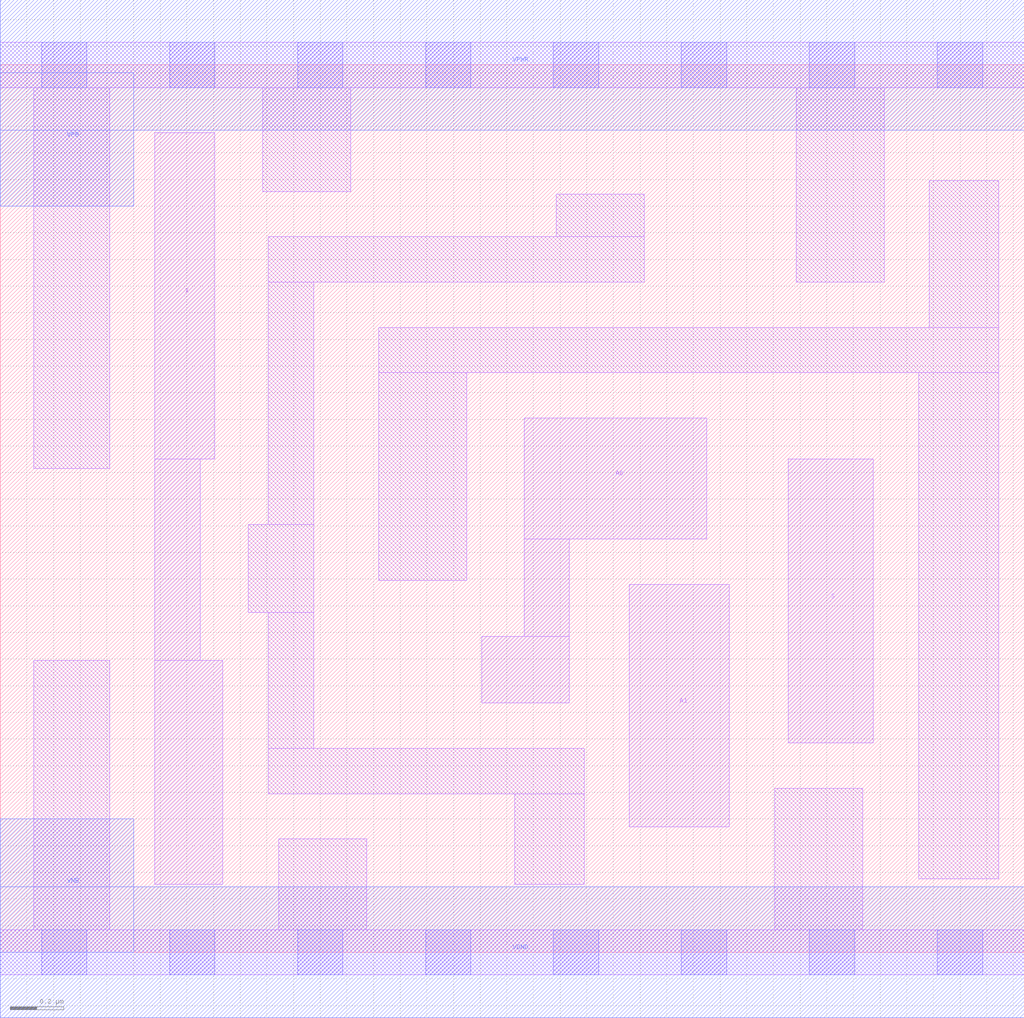
<source format=lef>
# Copyright 2020 The SkyWater PDK Authors
#
# Licensed under the Apache License, Version 2.0 (the "License");
# you may not use this file except in compliance with the License.
# You may obtain a copy of the License at
#
#     https://www.apache.org/licenses/LICENSE-2.0
#
# Unless required by applicable law or agreed to in writing, software
# distributed under the License is distributed on an "AS IS" BASIS,
# WITHOUT WARRANTIES OR CONDITIONS OF ANY KIND, either express or implied.
# See the License for the specific language governing permissions and
# limitations under the License.
#
# SPDX-License-Identifier: Apache-2.0

VERSION 5.5 ;
NAMESCASESENSITIVE ON ;
BUSBITCHARS "[]" ;
DIVIDERCHAR "/" ;
MACRO sky130_fd_sc_lp__mux2_2
  CLASS CORE ;
  SOURCE USER ;
  ORIGIN  0.000000  0.000000 ;
  SIZE  3.840000 BY  3.330000 ;
  SYMMETRY X Y R90 ;
  SITE unit ;
  PIN A0
    ANTENNAGATEAREA  0.159000 ;
    DIRECTION INPUT ;
    USE SIGNAL ;
    PORT
      LAYER li1 ;
        RECT 1.805000 0.935000 2.135000 1.185000 ;
        RECT 1.965000 1.185000 2.135000 1.550000 ;
        RECT 1.965000 1.550000 2.650000 2.005000 ;
    END
  END A0
  PIN A1
    ANTENNAGATEAREA  0.159000 ;
    DIRECTION INPUT ;
    USE SIGNAL ;
    PORT
      LAYER li1 ;
        RECT 2.360000 0.470000 2.735000 1.380000 ;
    END
  END A1
  PIN S
    ANTENNAGATEAREA  0.318000 ;
    DIRECTION INPUT ;
    USE SIGNAL ;
    PORT
      LAYER li1 ;
        RECT 2.955000 0.785000 3.275000 1.850000 ;
    END
  END S
  PIN X
    ANTENNADIFFAREA  0.588000 ;
    DIRECTION OUTPUT ;
    USE SIGNAL ;
    PORT
      LAYER li1 ;
        RECT 0.580000 0.255000 0.835000 1.095000 ;
        RECT 0.580000 1.095000 0.750000 1.850000 ;
        RECT 0.580000 1.850000 0.805000 3.075000 ;
    END
  END X
  PIN VGND
    DIRECTION INOUT ;
    USE GROUND ;
    PORT
      LAYER met1 ;
        RECT 0.000000 -0.245000 3.840000 0.245000 ;
    END
  END VGND
  PIN VNB
    DIRECTION INOUT ;
    USE GROUND ;
    PORT
      LAYER met1 ;
        RECT 0.000000 0.000000 0.500000 0.500000 ;
    END
  END VNB
  PIN VPB
    DIRECTION INOUT ;
    USE POWER ;
    PORT
      LAYER met1 ;
        RECT 0.000000 2.800000 0.500000 3.300000 ;
    END
  END VPB
  PIN VPWR
    DIRECTION INOUT ;
    USE POWER ;
    PORT
      LAYER met1 ;
        RECT 0.000000 3.085000 3.840000 3.575000 ;
    END
  END VPWR
  OBS
    LAYER li1 ;
      RECT 0.000000 -0.085000 3.840000 0.085000 ;
      RECT 0.000000  3.245000 3.840000 3.415000 ;
      RECT 0.125000  0.085000 0.410000 1.095000 ;
      RECT 0.125000  1.815000 0.410000 3.245000 ;
      RECT 0.930000  1.275000 1.175000 1.605000 ;
      RECT 0.985000  2.855000 1.315000 3.245000 ;
      RECT 1.005000  0.595000 2.190000 0.765000 ;
      RECT 1.005000  0.765000 1.175000 1.275000 ;
      RECT 1.005000  1.605000 1.175000 2.515000 ;
      RECT 1.005000  2.515000 2.415000 2.685000 ;
      RECT 1.045000  0.085000 1.375000 0.425000 ;
      RECT 1.420000  1.395000 1.750000 2.175000 ;
      RECT 1.420000  2.175000 3.745000 2.345000 ;
      RECT 1.930000  0.255000 2.190000 0.595000 ;
      RECT 2.085000  2.685000 2.415000 2.845000 ;
      RECT 2.905000  0.085000 3.235000 0.615000 ;
      RECT 2.985000  2.515000 3.315000 3.245000 ;
      RECT 3.445000  0.275000 3.745000 2.175000 ;
      RECT 3.485000  2.345000 3.745000 2.895000 ;
    LAYER mcon ;
      RECT 0.155000 -0.085000 0.325000 0.085000 ;
      RECT 0.155000  3.245000 0.325000 3.415000 ;
      RECT 0.635000 -0.085000 0.805000 0.085000 ;
      RECT 0.635000  3.245000 0.805000 3.415000 ;
      RECT 1.115000 -0.085000 1.285000 0.085000 ;
      RECT 1.115000  3.245000 1.285000 3.415000 ;
      RECT 1.595000 -0.085000 1.765000 0.085000 ;
      RECT 1.595000  3.245000 1.765000 3.415000 ;
      RECT 2.075000 -0.085000 2.245000 0.085000 ;
      RECT 2.075000  3.245000 2.245000 3.415000 ;
      RECT 2.555000 -0.085000 2.725000 0.085000 ;
      RECT 2.555000  3.245000 2.725000 3.415000 ;
      RECT 3.035000 -0.085000 3.205000 0.085000 ;
      RECT 3.035000  3.245000 3.205000 3.415000 ;
      RECT 3.515000 -0.085000 3.685000 0.085000 ;
      RECT 3.515000  3.245000 3.685000 3.415000 ;
  END
END sky130_fd_sc_lp__mux2_2
END LIBRARY

</source>
